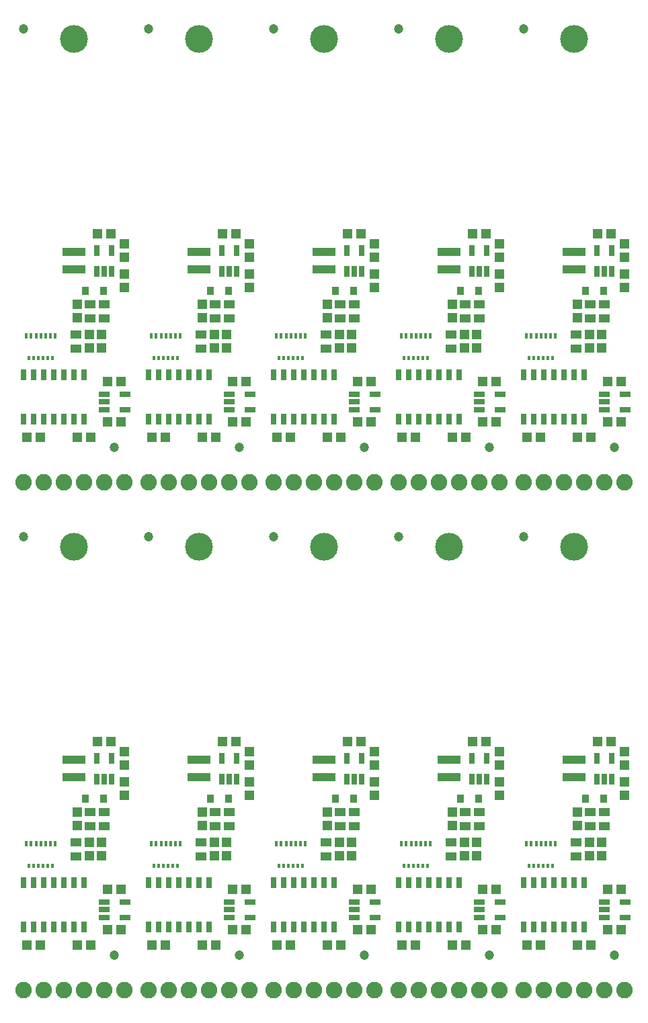
<source format=gts>
G75*
%MOIN*%
%OFA0B0*%
%FSLAX25Y25*%
%IPPOS*%
%LPD*%
%AMOC8*
5,1,8,0,0,1.08239X$1,22.5*
%
%ADD10R,0.02965X0.05524*%
%ADD11R,0.05131X0.04737*%
%ADD12R,0.05524X0.03950*%
%ADD13R,0.04737X0.05131*%
%ADD14R,0.03280X0.04068*%
%ADD15R,0.11430X0.03950*%
%ADD16R,0.05524X0.02965*%
%ADD17R,0.03162X0.05524*%
%ADD18C,0.08200*%
%ADD19C,0.13800*%
%ADD20C,0.04737*%
%ADD21R,0.01706X0.02532*%
%ADD22R,0.01706X0.02139*%
D10*
X0069760Y0149881D03*
X0073500Y0149881D03*
X0077240Y0149881D03*
X0077240Y0160119D03*
X0069760Y0160119D03*
X0131760Y0160119D03*
X0131760Y0149881D03*
X0135500Y0149881D03*
X0139240Y0149881D03*
X0139240Y0160119D03*
X0193760Y0160119D03*
X0193760Y0149881D03*
X0197500Y0149881D03*
X0201240Y0149881D03*
X0201240Y0160119D03*
X0255760Y0160119D03*
X0263240Y0160119D03*
X0263240Y0149881D03*
X0259500Y0149881D03*
X0255760Y0149881D03*
X0317760Y0149881D03*
X0321500Y0149881D03*
X0325240Y0149881D03*
X0325240Y0160119D03*
X0317760Y0160119D03*
X0317760Y0401881D03*
X0321500Y0401881D03*
X0325240Y0401881D03*
X0325240Y0412119D03*
X0317760Y0412119D03*
X0263240Y0412119D03*
X0255760Y0412119D03*
X0255760Y0401881D03*
X0259500Y0401881D03*
X0263240Y0401881D03*
X0201240Y0401881D03*
X0197500Y0401881D03*
X0193760Y0401881D03*
X0193760Y0412119D03*
X0201240Y0412119D03*
X0139240Y0412119D03*
X0139240Y0401881D03*
X0135500Y0401881D03*
X0131760Y0401881D03*
X0131760Y0412119D03*
X0077240Y0412119D03*
X0077240Y0401881D03*
X0073500Y0401881D03*
X0069760Y0401881D03*
X0069760Y0412119D03*
D11*
X0070154Y0420500D03*
X0076846Y0420500D03*
X0075154Y0347000D03*
X0081846Y0347000D03*
X0081846Y0327000D03*
X0075154Y0327000D03*
X0066846Y0319500D03*
X0060154Y0319500D03*
X0041846Y0319500D03*
X0035154Y0319500D03*
X0097154Y0319500D03*
X0103846Y0319500D03*
X0122154Y0319500D03*
X0128846Y0319500D03*
X0137154Y0327000D03*
X0143846Y0327000D03*
X0143846Y0347000D03*
X0137154Y0347000D03*
X0159154Y0319500D03*
X0165846Y0319500D03*
X0184154Y0319500D03*
X0190846Y0319500D03*
X0199154Y0327000D03*
X0205846Y0327000D03*
X0205846Y0347000D03*
X0199154Y0347000D03*
X0221154Y0319500D03*
X0227846Y0319500D03*
X0246154Y0319500D03*
X0252846Y0319500D03*
X0261154Y0327000D03*
X0267846Y0327000D03*
X0283154Y0319500D03*
X0289846Y0319500D03*
X0308154Y0319500D03*
X0314846Y0319500D03*
X0323154Y0327000D03*
X0329846Y0327000D03*
X0329846Y0347000D03*
X0323154Y0347000D03*
X0324846Y0420500D03*
X0318154Y0420500D03*
X0267846Y0347000D03*
X0261154Y0347000D03*
X0262846Y0420500D03*
X0256154Y0420500D03*
X0200846Y0420500D03*
X0194154Y0420500D03*
X0138846Y0420500D03*
X0132154Y0420500D03*
X0132154Y0168500D03*
X0138846Y0168500D03*
X0137154Y0095000D03*
X0143846Y0095000D03*
X0143846Y0075000D03*
X0137154Y0075000D03*
X0128846Y0067500D03*
X0122154Y0067500D03*
X0103846Y0067500D03*
X0097154Y0067500D03*
X0081846Y0075000D03*
X0075154Y0075000D03*
X0066846Y0067500D03*
X0060154Y0067500D03*
X0041846Y0067500D03*
X0035154Y0067500D03*
X0075154Y0095000D03*
X0081846Y0095000D03*
X0076846Y0168500D03*
X0070154Y0168500D03*
X0159154Y0067500D03*
X0165846Y0067500D03*
X0184154Y0067500D03*
X0190846Y0067500D03*
X0199154Y0075000D03*
X0205846Y0075000D03*
X0205846Y0095000D03*
X0199154Y0095000D03*
X0221154Y0067500D03*
X0227846Y0067500D03*
X0246154Y0067500D03*
X0252846Y0067500D03*
X0261154Y0075000D03*
X0267846Y0075000D03*
X0283154Y0067500D03*
X0289846Y0067500D03*
X0308154Y0067500D03*
X0314846Y0067500D03*
X0323154Y0075000D03*
X0329846Y0075000D03*
X0329846Y0095000D03*
X0323154Y0095000D03*
X0324846Y0168500D03*
X0318154Y0168500D03*
X0267846Y0095000D03*
X0261154Y0095000D03*
X0262846Y0168500D03*
X0256154Y0168500D03*
X0200846Y0168500D03*
X0194154Y0168500D03*
D12*
X0197500Y0133543D03*
X0190500Y0133543D03*
X0190500Y0126457D03*
X0197500Y0126457D03*
X0183500Y0118543D03*
X0183500Y0111457D03*
X0135500Y0126457D03*
X0135500Y0133543D03*
X0128500Y0133543D03*
X0128500Y0126457D03*
X0121500Y0118543D03*
X0121500Y0111457D03*
X0073500Y0126457D03*
X0073500Y0133543D03*
X0066500Y0133543D03*
X0066500Y0126457D03*
X0059500Y0118543D03*
X0059500Y0111457D03*
X0059500Y0363457D03*
X0059500Y0370543D03*
X0066500Y0378457D03*
X0066500Y0385543D03*
X0073500Y0385543D03*
X0073500Y0378457D03*
X0121500Y0370543D03*
X0121500Y0363457D03*
X0128500Y0378457D03*
X0128500Y0385543D03*
X0135500Y0385543D03*
X0135500Y0378457D03*
X0183500Y0370543D03*
X0183500Y0363457D03*
X0190500Y0378457D03*
X0197500Y0378457D03*
X0197500Y0385543D03*
X0190500Y0385543D03*
X0245500Y0370543D03*
X0245500Y0363457D03*
X0252500Y0378457D03*
X0252500Y0385543D03*
X0259500Y0385543D03*
X0259500Y0378457D03*
X0307500Y0370543D03*
X0307500Y0363457D03*
X0314500Y0378457D03*
X0314500Y0385543D03*
X0321500Y0385543D03*
X0321500Y0378457D03*
X0321500Y0133543D03*
X0321500Y0126457D03*
X0314500Y0126457D03*
X0314500Y0133543D03*
X0307500Y0118543D03*
X0307500Y0111457D03*
X0259500Y0126457D03*
X0259500Y0133543D03*
X0252500Y0133543D03*
X0252500Y0126457D03*
X0245500Y0118543D03*
X0245500Y0111457D03*
D13*
X0252000Y0111654D03*
X0258000Y0111654D03*
X0258000Y0118346D03*
X0252000Y0118346D03*
X0246000Y0126654D03*
X0246000Y0133346D03*
X0269500Y0141654D03*
X0269500Y0148346D03*
X0269500Y0156654D03*
X0269500Y0163346D03*
X0308000Y0133346D03*
X0308000Y0126654D03*
X0314000Y0118346D03*
X0314000Y0111654D03*
X0320000Y0111654D03*
X0320000Y0118346D03*
X0331500Y0141654D03*
X0331500Y0148346D03*
X0331500Y0156654D03*
X0331500Y0163346D03*
X0320000Y0363654D03*
X0320000Y0370346D03*
X0314000Y0370346D03*
X0314000Y0363654D03*
X0308000Y0378654D03*
X0308000Y0385346D03*
X0331500Y0393654D03*
X0331500Y0400346D03*
X0331500Y0408654D03*
X0331500Y0415346D03*
X0269500Y0415346D03*
X0269500Y0408654D03*
X0269500Y0400346D03*
X0269500Y0393654D03*
X0258000Y0370346D03*
X0252000Y0370346D03*
X0252000Y0363654D03*
X0258000Y0363654D03*
X0246000Y0378654D03*
X0246000Y0385346D03*
X0207500Y0393654D03*
X0207500Y0400346D03*
X0207500Y0408654D03*
X0207500Y0415346D03*
X0196000Y0370346D03*
X0196000Y0363654D03*
X0190000Y0363654D03*
X0190000Y0370346D03*
X0184000Y0378654D03*
X0184000Y0385346D03*
X0145500Y0393654D03*
X0145500Y0400346D03*
X0145500Y0408654D03*
X0145500Y0415346D03*
X0122000Y0385346D03*
X0122000Y0378654D03*
X0128000Y0370346D03*
X0128000Y0363654D03*
X0134000Y0363654D03*
X0134000Y0370346D03*
X0083500Y0393654D03*
X0083500Y0400346D03*
X0083500Y0408654D03*
X0083500Y0415346D03*
X0072000Y0370346D03*
X0066000Y0370346D03*
X0066000Y0363654D03*
X0072000Y0363654D03*
X0060000Y0378654D03*
X0060000Y0385346D03*
X0083500Y0163346D03*
X0083500Y0156654D03*
X0083500Y0148346D03*
X0083500Y0141654D03*
X0072000Y0118346D03*
X0066000Y0118346D03*
X0066000Y0111654D03*
X0072000Y0111654D03*
X0060000Y0126654D03*
X0060000Y0133346D03*
X0122000Y0133346D03*
X0122000Y0126654D03*
X0128000Y0118346D03*
X0128000Y0111654D03*
X0134000Y0111654D03*
X0134000Y0118346D03*
X0145500Y0141654D03*
X0145500Y0148346D03*
X0145500Y0156654D03*
X0145500Y0163346D03*
X0184000Y0133346D03*
X0184000Y0126654D03*
X0190000Y0118346D03*
X0190000Y0111654D03*
X0196000Y0111654D03*
X0196000Y0118346D03*
X0207500Y0141654D03*
X0207500Y0148346D03*
X0207500Y0156654D03*
X0207500Y0163346D03*
D14*
X0197028Y0140000D03*
X0187972Y0140000D03*
X0135028Y0140000D03*
X0125972Y0140000D03*
X0073028Y0140000D03*
X0063972Y0140000D03*
X0063972Y0392000D03*
X0073028Y0392000D03*
X0125972Y0392000D03*
X0135028Y0392000D03*
X0187972Y0392000D03*
X0197028Y0392000D03*
X0249972Y0392000D03*
X0259028Y0392000D03*
X0311972Y0392000D03*
X0321028Y0392000D03*
X0321028Y0140000D03*
X0311972Y0140000D03*
X0259028Y0140000D03*
X0249972Y0140000D03*
D15*
X0244500Y0150669D03*
X0244500Y0159331D03*
X0182500Y0159331D03*
X0182500Y0150669D03*
X0120500Y0150669D03*
X0120500Y0159331D03*
X0058500Y0159331D03*
X0058500Y0150669D03*
X0058500Y0402669D03*
X0058500Y0411331D03*
X0120500Y0411331D03*
X0120500Y0402669D03*
X0182500Y0402669D03*
X0182500Y0411331D03*
X0244500Y0411331D03*
X0244500Y0402669D03*
X0306500Y0402669D03*
X0306500Y0411331D03*
X0306500Y0159331D03*
X0306500Y0150669D03*
D16*
X0321381Y0088740D03*
X0321381Y0085000D03*
X0321381Y0081260D03*
X0331619Y0081260D03*
X0331619Y0088740D03*
X0269619Y0088740D03*
X0269619Y0081260D03*
X0259381Y0081260D03*
X0259381Y0085000D03*
X0259381Y0088740D03*
X0207619Y0088740D03*
X0207619Y0081260D03*
X0197381Y0081260D03*
X0197381Y0085000D03*
X0197381Y0088740D03*
X0145619Y0088740D03*
X0145619Y0081260D03*
X0135381Y0081260D03*
X0135381Y0085000D03*
X0135381Y0088740D03*
X0083619Y0088740D03*
X0083619Y0081260D03*
X0073381Y0081260D03*
X0073381Y0085000D03*
X0073381Y0088740D03*
X0073381Y0333260D03*
X0073381Y0337000D03*
X0073381Y0340740D03*
X0083619Y0340740D03*
X0083619Y0333260D03*
X0135381Y0333260D03*
X0135381Y0337000D03*
X0135381Y0340740D03*
X0145619Y0340740D03*
X0145619Y0333260D03*
X0197381Y0333260D03*
X0197381Y0337000D03*
X0197381Y0340740D03*
X0207619Y0340740D03*
X0207619Y0333260D03*
X0259381Y0333260D03*
X0259381Y0337000D03*
X0259381Y0340740D03*
X0269619Y0340740D03*
X0269619Y0333260D03*
X0321381Y0333260D03*
X0321381Y0337000D03*
X0321381Y0340740D03*
X0331619Y0340740D03*
X0331619Y0333260D03*
D17*
X0311500Y0328476D03*
X0306500Y0328476D03*
X0301500Y0328476D03*
X0296500Y0328476D03*
X0291500Y0328476D03*
X0286500Y0328476D03*
X0281500Y0328476D03*
X0281500Y0350524D03*
X0286500Y0350524D03*
X0291500Y0350524D03*
X0296500Y0350524D03*
X0301500Y0350524D03*
X0306500Y0350524D03*
X0311500Y0350524D03*
X0249500Y0350524D03*
X0244500Y0350524D03*
X0239500Y0350524D03*
X0234500Y0350524D03*
X0229500Y0350524D03*
X0224500Y0350524D03*
X0219500Y0350524D03*
X0219500Y0328476D03*
X0224500Y0328476D03*
X0229500Y0328476D03*
X0234500Y0328476D03*
X0239500Y0328476D03*
X0244500Y0328476D03*
X0249500Y0328476D03*
X0187500Y0328476D03*
X0182500Y0328476D03*
X0177500Y0328476D03*
X0172500Y0328476D03*
X0167500Y0328476D03*
X0162500Y0328476D03*
X0157500Y0328476D03*
X0157500Y0350524D03*
X0162500Y0350524D03*
X0167500Y0350524D03*
X0172500Y0350524D03*
X0177500Y0350524D03*
X0182500Y0350524D03*
X0187500Y0350524D03*
X0125500Y0350524D03*
X0120500Y0350524D03*
X0115500Y0350524D03*
X0110500Y0350524D03*
X0105500Y0350524D03*
X0100500Y0350524D03*
X0095500Y0350524D03*
X0095500Y0328476D03*
X0100500Y0328476D03*
X0105500Y0328476D03*
X0110500Y0328476D03*
X0115500Y0328476D03*
X0120500Y0328476D03*
X0125500Y0328476D03*
X0063500Y0328476D03*
X0058500Y0328476D03*
X0053500Y0328476D03*
X0048500Y0328476D03*
X0043500Y0328476D03*
X0038500Y0328476D03*
X0033500Y0328476D03*
X0033500Y0350524D03*
X0038500Y0350524D03*
X0043500Y0350524D03*
X0048500Y0350524D03*
X0053500Y0350524D03*
X0058500Y0350524D03*
X0063500Y0350524D03*
X0063500Y0098524D03*
X0058500Y0098524D03*
X0053500Y0098524D03*
X0048500Y0098524D03*
X0043500Y0098524D03*
X0038500Y0098524D03*
X0033500Y0098524D03*
X0033500Y0076476D03*
X0038500Y0076476D03*
X0043500Y0076476D03*
X0048500Y0076476D03*
X0053500Y0076476D03*
X0058500Y0076476D03*
X0063500Y0076476D03*
X0095500Y0076476D03*
X0100500Y0076476D03*
X0105500Y0076476D03*
X0110500Y0076476D03*
X0115500Y0076476D03*
X0120500Y0076476D03*
X0125500Y0076476D03*
X0125500Y0098524D03*
X0120500Y0098524D03*
X0115500Y0098524D03*
X0110500Y0098524D03*
X0105500Y0098524D03*
X0100500Y0098524D03*
X0095500Y0098524D03*
X0157500Y0098524D03*
X0162500Y0098524D03*
X0167500Y0098524D03*
X0172500Y0098524D03*
X0177500Y0098524D03*
X0182500Y0098524D03*
X0187500Y0098524D03*
X0187500Y0076476D03*
X0182500Y0076476D03*
X0177500Y0076476D03*
X0172500Y0076476D03*
X0167500Y0076476D03*
X0162500Y0076476D03*
X0157500Y0076476D03*
X0219500Y0076476D03*
X0224500Y0076476D03*
X0229500Y0076476D03*
X0234500Y0076476D03*
X0239500Y0076476D03*
X0244500Y0076476D03*
X0249500Y0076476D03*
X0249500Y0098524D03*
X0244500Y0098524D03*
X0239500Y0098524D03*
X0234500Y0098524D03*
X0229500Y0098524D03*
X0224500Y0098524D03*
X0219500Y0098524D03*
X0281500Y0098524D03*
X0286500Y0098524D03*
X0291500Y0098524D03*
X0296500Y0098524D03*
X0301500Y0098524D03*
X0306500Y0098524D03*
X0311500Y0098524D03*
X0311500Y0076476D03*
X0306500Y0076476D03*
X0301500Y0076476D03*
X0296500Y0076476D03*
X0291500Y0076476D03*
X0286500Y0076476D03*
X0281500Y0076476D03*
D18*
X0033500Y0045000D03*
X0043500Y0045000D03*
X0053500Y0045000D03*
X0063500Y0045000D03*
X0073500Y0045000D03*
X0083500Y0045000D03*
X0095500Y0045000D03*
X0105500Y0045000D03*
X0115500Y0045000D03*
X0125500Y0045000D03*
X0135500Y0045000D03*
X0145500Y0045000D03*
X0157500Y0045000D03*
X0167500Y0045000D03*
X0177500Y0045000D03*
X0187500Y0045000D03*
X0197500Y0045000D03*
X0207500Y0045000D03*
X0219500Y0045000D03*
X0229500Y0045000D03*
X0239500Y0045000D03*
X0249500Y0045000D03*
X0259500Y0045000D03*
X0269500Y0045000D03*
X0281500Y0045000D03*
X0291500Y0045000D03*
X0301500Y0045000D03*
X0311500Y0045000D03*
X0321500Y0045000D03*
X0331500Y0045000D03*
X0331500Y0297000D03*
X0321500Y0297000D03*
X0311500Y0297000D03*
X0301500Y0297000D03*
X0291500Y0297000D03*
X0281500Y0297000D03*
X0269500Y0297000D03*
X0259500Y0297000D03*
X0249500Y0297000D03*
X0239500Y0297000D03*
X0229500Y0297000D03*
X0219500Y0297000D03*
X0207500Y0297000D03*
X0197500Y0297000D03*
X0187500Y0297000D03*
X0177500Y0297000D03*
X0167500Y0297000D03*
X0157500Y0297000D03*
X0145500Y0297000D03*
X0135500Y0297000D03*
X0125500Y0297000D03*
X0115500Y0297000D03*
X0105500Y0297000D03*
X0095500Y0297000D03*
X0083500Y0297000D03*
X0073500Y0297000D03*
X0063500Y0297000D03*
X0053500Y0297000D03*
X0043500Y0297000D03*
X0033500Y0297000D03*
D19*
X0058500Y0265000D03*
X0120500Y0265000D03*
X0182500Y0265000D03*
X0244500Y0265000D03*
X0306500Y0265000D03*
X0306500Y0517000D03*
X0244500Y0517000D03*
X0182500Y0517000D03*
X0120500Y0517000D03*
X0058500Y0517000D03*
D20*
X0033500Y0522000D03*
X0095500Y0522000D03*
X0157500Y0522000D03*
X0219500Y0522000D03*
X0281500Y0522000D03*
X0264500Y0314500D03*
X0281500Y0270000D03*
X0326500Y0314500D03*
X0219500Y0270000D03*
X0202500Y0314500D03*
X0157500Y0270000D03*
X0140500Y0314500D03*
X0095500Y0270000D03*
X0078500Y0314500D03*
X0033500Y0270000D03*
X0078500Y0062500D03*
X0140500Y0062500D03*
X0202500Y0062500D03*
X0264500Y0062500D03*
X0326500Y0062500D03*
D21*
X0297051Y0117776D03*
X0294689Y0117776D03*
X0292327Y0117776D03*
X0289965Y0117776D03*
X0287602Y0117776D03*
X0285240Y0117776D03*
X0282878Y0117776D03*
X0235051Y0117776D03*
X0232689Y0117776D03*
X0230327Y0117776D03*
X0227965Y0117776D03*
X0225602Y0117776D03*
X0223240Y0117776D03*
X0220878Y0117776D03*
X0173051Y0117776D03*
X0170689Y0117776D03*
X0168327Y0117776D03*
X0165965Y0117776D03*
X0163602Y0117776D03*
X0161240Y0117776D03*
X0158878Y0117776D03*
X0111051Y0117776D03*
X0108689Y0117776D03*
X0106327Y0117776D03*
X0103965Y0117776D03*
X0101602Y0117776D03*
X0099240Y0117776D03*
X0096878Y0117776D03*
X0049051Y0117776D03*
X0046689Y0117776D03*
X0044327Y0117776D03*
X0041965Y0117776D03*
X0039602Y0117776D03*
X0037240Y0117776D03*
X0034878Y0117776D03*
X0034878Y0369776D03*
X0037240Y0369776D03*
X0039602Y0369776D03*
X0041965Y0369776D03*
X0044327Y0369776D03*
X0046689Y0369776D03*
X0049051Y0369776D03*
X0096878Y0369776D03*
X0099240Y0369776D03*
X0101602Y0369776D03*
X0103965Y0369776D03*
X0106327Y0369776D03*
X0108689Y0369776D03*
X0111051Y0369776D03*
X0158878Y0369776D03*
X0161240Y0369776D03*
X0163602Y0369776D03*
X0165965Y0369776D03*
X0168327Y0369776D03*
X0170689Y0369776D03*
X0173051Y0369776D03*
X0220878Y0369776D03*
X0223240Y0369776D03*
X0225602Y0369776D03*
X0227965Y0369776D03*
X0230327Y0369776D03*
X0232689Y0369776D03*
X0235051Y0369776D03*
X0282878Y0369776D03*
X0285240Y0369776D03*
X0287602Y0369776D03*
X0289965Y0369776D03*
X0292327Y0369776D03*
X0294689Y0369776D03*
X0297051Y0369776D03*
D22*
X0295870Y0358909D03*
X0293508Y0358909D03*
X0291146Y0358909D03*
X0288783Y0358909D03*
X0286421Y0358909D03*
X0284059Y0358909D03*
X0233870Y0358909D03*
X0231508Y0358909D03*
X0229146Y0358909D03*
X0226783Y0358909D03*
X0224421Y0358909D03*
X0222059Y0358909D03*
X0171870Y0358909D03*
X0169508Y0358909D03*
X0167146Y0358909D03*
X0164783Y0358909D03*
X0162421Y0358909D03*
X0160059Y0358909D03*
X0109870Y0358909D03*
X0107508Y0358909D03*
X0105146Y0358909D03*
X0102783Y0358909D03*
X0100421Y0358909D03*
X0098059Y0358909D03*
X0047870Y0358909D03*
X0045508Y0358909D03*
X0043146Y0358909D03*
X0040783Y0358909D03*
X0038421Y0358909D03*
X0036059Y0358909D03*
X0036059Y0106909D03*
X0038421Y0106909D03*
X0040783Y0106909D03*
X0043146Y0106909D03*
X0045508Y0106909D03*
X0047870Y0106909D03*
X0098059Y0106909D03*
X0100421Y0106909D03*
X0102783Y0106909D03*
X0105146Y0106909D03*
X0107508Y0106909D03*
X0109870Y0106909D03*
X0160059Y0106909D03*
X0162421Y0106909D03*
X0164783Y0106909D03*
X0167146Y0106909D03*
X0169508Y0106909D03*
X0171870Y0106909D03*
X0222059Y0106909D03*
X0224421Y0106909D03*
X0226783Y0106909D03*
X0229146Y0106909D03*
X0231508Y0106909D03*
X0233870Y0106909D03*
X0284059Y0106909D03*
X0286421Y0106909D03*
X0288783Y0106909D03*
X0291146Y0106909D03*
X0293508Y0106909D03*
X0295870Y0106909D03*
M02*

</source>
